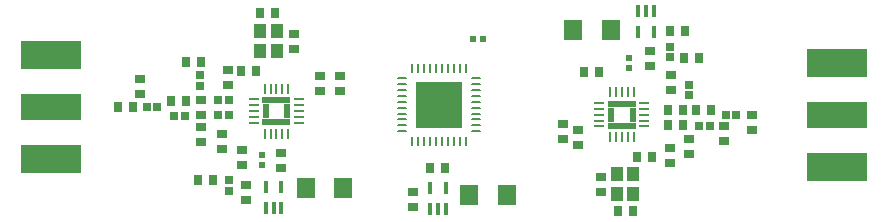
<source format=gtp>
G75*
G70*
%OFA0B0*%
%FSLAX24Y24*%
%IPPOS*%
%LPD*%
%AMOC8*
5,1,8,0,0,1.08239X$1,22.5*
%
%ADD10R,0.1575X0.1575*%
%ADD11C,0.0080*%
%ADD12R,0.0945X0.0217*%
%ADD13R,0.0217X0.0512*%
%ADD14R,0.0370X0.0110*%
%ADD15R,0.0110X0.0370*%
%ADD16R,0.0157X0.0394*%
%ADD17R,0.0370X0.0250*%
%ADD18R,0.0250X0.0370*%
%ADD19R,0.0276X0.0256*%
%ADD20R,0.0600X0.0700*%
%ADD21R,0.0236X0.0236*%
%ADD22R,0.0394X0.0472*%
%ADD23R,0.0256X0.0276*%
%ADD24R,0.2000X0.0950*%
%ADD25R,0.2000X0.0900*%
D10*
X014451Y004793D03*
D11*
X013364Y004695D02*
X013094Y004695D01*
X013094Y004892D02*
X013364Y004892D01*
X013364Y005089D02*
X013094Y005089D01*
X013094Y005286D02*
X013364Y005286D01*
X013364Y005482D02*
X013094Y005482D01*
X013094Y005679D02*
X013364Y005679D01*
X013566Y005880D02*
X013566Y006150D01*
X013762Y006150D02*
X013762Y005880D01*
X013959Y005880D02*
X013959Y006150D01*
X014156Y006150D02*
X014156Y005880D01*
X014353Y005880D02*
X014353Y006150D01*
X014550Y006150D02*
X014550Y005880D01*
X014747Y005880D02*
X014747Y006150D01*
X014943Y006150D02*
X014943Y005880D01*
X015140Y005880D02*
X015140Y006150D01*
X015337Y006150D02*
X015337Y005880D01*
X015538Y005679D02*
X015808Y005679D01*
X015808Y005482D02*
X015538Y005482D01*
X015538Y005286D02*
X015808Y005286D01*
X015808Y005089D02*
X015538Y005089D01*
X015538Y004892D02*
X015808Y004892D01*
X015808Y004695D02*
X015538Y004695D01*
X015538Y004498D02*
X015808Y004498D01*
X015808Y004301D02*
X015538Y004301D01*
X015538Y004104D02*
X015808Y004104D01*
X015808Y003908D02*
X015538Y003908D01*
X015337Y003706D02*
X015337Y003436D01*
X015140Y003436D02*
X015140Y003706D01*
X014943Y003706D02*
X014943Y003436D01*
X014747Y003436D02*
X014747Y003706D01*
X014550Y003706D02*
X014550Y003436D01*
X014353Y003436D02*
X014353Y003706D01*
X014156Y003706D02*
X014156Y003436D01*
X013959Y003436D02*
X013959Y003706D01*
X013762Y003706D02*
X013762Y003436D01*
X013566Y003436D02*
X013566Y003706D01*
X013364Y003908D02*
X013094Y003908D01*
X013094Y004104D02*
X013364Y004104D01*
X013364Y004301D02*
X013094Y004301D01*
X013094Y004498D02*
X013364Y004498D01*
D12*
X009033Y004210D03*
X009033Y004939D03*
X020541Y004824D03*
X020541Y004096D03*
D13*
X020177Y004460D03*
X020905Y004460D03*
X009397Y004574D03*
X008669Y004574D03*
D14*
X008285Y004574D03*
X008285Y004378D03*
X008285Y004181D03*
X009781Y004181D03*
X009781Y004378D03*
X009781Y004574D03*
X009781Y004771D03*
X009781Y004968D03*
X008285Y004968D03*
X008285Y004771D03*
X019793Y004854D03*
X019793Y004657D03*
X019793Y004460D03*
X019793Y004263D03*
X019793Y004067D03*
X021289Y004067D03*
X021289Y004263D03*
X021289Y004460D03*
X021289Y004657D03*
X021289Y004854D03*
D15*
X020935Y005208D03*
X020738Y005208D03*
X020541Y005208D03*
X020344Y005208D03*
X020147Y005208D03*
X020147Y003712D03*
X020344Y003712D03*
X020541Y003712D03*
X020738Y003712D03*
X020935Y003712D03*
X009427Y003826D03*
X009230Y003826D03*
X009033Y003826D03*
X008836Y003826D03*
X008640Y003826D03*
X008640Y005323D03*
X008836Y005323D03*
X009033Y005323D03*
X009230Y005323D03*
X009427Y005323D03*
D16*
X009197Y002054D03*
X008685Y002054D03*
X008685Y001365D03*
X008941Y001365D03*
X009197Y001365D03*
X014156Y001333D03*
X014412Y001333D03*
X014668Y001333D03*
X014668Y002022D03*
X014156Y002022D03*
X021089Y007233D03*
X021601Y007233D03*
X021601Y007922D03*
X021345Y007922D03*
X021089Y007922D03*
D17*
X021477Y006585D03*
X021477Y006085D03*
X022177Y005775D03*
X022177Y005275D03*
X024887Y004455D03*
X023967Y004075D03*
X024887Y003955D03*
X023967Y003575D03*
X022793Y003663D03*
X022137Y003335D03*
X022793Y003163D03*
X022137Y002835D03*
X019867Y002395D03*
X019867Y001895D03*
X019097Y003435D03*
X018577Y003635D03*
X019097Y003935D03*
X018577Y004135D03*
X013577Y001895D03*
X013577Y001395D03*
X009187Y002695D03*
X009187Y003195D03*
X007897Y003295D03*
X007217Y003315D03*
X006507Y003535D03*
X007217Y003815D03*
X006507Y004035D03*
X006517Y004455D03*
X006517Y004955D03*
X007417Y005455D03*
X007417Y005955D03*
X009617Y006655D03*
X009617Y007155D03*
X010497Y005735D03*
X011137Y005735D03*
X011137Y005235D03*
X010497Y005235D03*
X004487Y005145D03*
X004487Y005645D03*
X007897Y002795D03*
X008017Y002115D03*
X008017Y001615D03*
D18*
X006407Y002285D03*
X006907Y002285D03*
X014167Y002685D03*
X014667Y002685D03*
X020417Y001245D03*
X020917Y001245D03*
X021067Y003055D03*
X021567Y003055D03*
X022090Y004106D03*
X022590Y004106D03*
X022582Y004618D03*
X023022Y004614D03*
X023522Y004614D03*
X022082Y004618D03*
X019787Y005885D03*
X019287Y005885D03*
X022627Y006355D03*
X023127Y006355D03*
X022647Y007245D03*
X022147Y007245D03*
X008987Y007845D03*
X008487Y007845D03*
X006507Y006215D03*
X006007Y006215D03*
X007867Y005925D03*
X008367Y005925D03*
X006027Y004925D03*
X005527Y004925D03*
X004247Y004705D03*
X003747Y004705D03*
D19*
X006497Y005417D03*
X006497Y005772D03*
X007437Y002282D03*
X007437Y001927D03*
X022147Y006367D03*
X022147Y006722D03*
X022797Y005464D03*
X022797Y005110D03*
D20*
X020179Y007276D03*
X018929Y007276D03*
X011264Y002024D03*
X010014Y002024D03*
X015451Y001787D03*
X016701Y001787D03*
D21*
X008557Y002767D03*
X008557Y003122D03*
X015580Y006985D03*
X015934Y006985D03*
X020797Y006362D03*
X020797Y006007D03*
D22*
X020929Y002491D03*
X020378Y002491D03*
X020378Y001821D03*
X020929Y001821D03*
X009037Y006568D03*
X008486Y006568D03*
X008486Y007238D03*
X009037Y007238D03*
D23*
X007454Y004945D03*
X007100Y004945D03*
X007100Y004465D03*
X007454Y004465D03*
X005984Y004425D03*
X005630Y004425D03*
X005064Y004715D03*
X004710Y004715D03*
X023119Y004067D03*
X023473Y004067D03*
X024010Y004445D03*
X024364Y004445D03*
D24*
X027733Y002729D03*
X027733Y006188D03*
X001523Y006438D03*
X001523Y002979D03*
D25*
X001523Y004703D03*
X027733Y004453D03*
M02*

</source>
